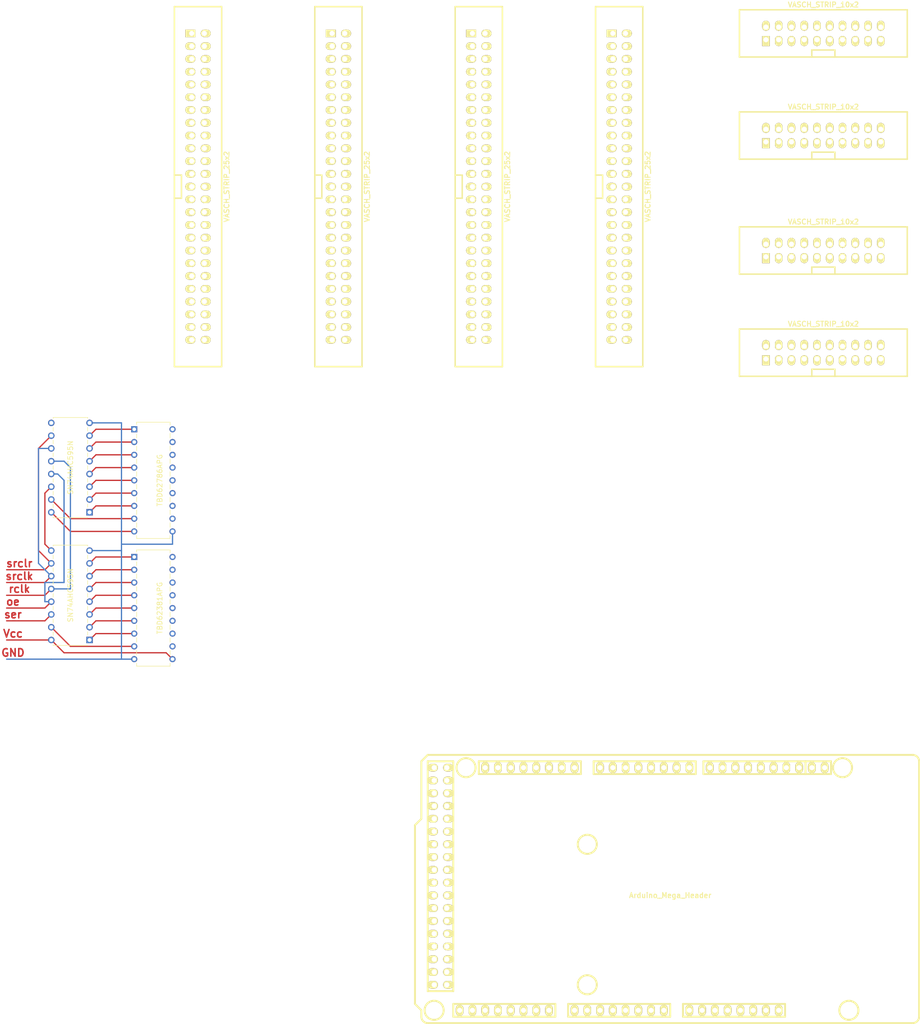
<source format=kicad_pcb>
(kicad_pcb (version 20211014) (generator pcbnew)
  (layers (0 "F.Cu" signal) (31 "B.Cu" signal) (34 "B.Paste" user) (35 "F.Paste" user) (36 "B.SilkS" user "B.Silkscreen") (37 "F.SilkS" user "F.Silkscreen") (38 "B.Mask" user) (39 "F.Mask" user) (44 "Edge.Cuts" user))
  (net 0 "")
  (footprint "SN74AHC595N:SN74AHC595N" (layer "F.Cu") (at 111.76 144.4625 180)
    (fp_text reference "REF**" hide)
    (fp_text value "SN74AHC595N")
  )
  (footprint "w_conn_strip:vasch_strip_10x2" (layer "F.Cu") (at 261.62 22.86)
    (fp_text reference "VASCH_STRIP_10x2")
    (fp_text value "JP***" hide)
  )
  (footprint "w_conn_strip:vasch_strip_25x2" (layer "F.Cu") (at 137.16 53.34 -90)
    (fp_text reference "VASCH_STRIP_25x2")
    (fp_text value "JP***" hide)
  )
  (footprint "TBD62381APG:TBD62381APG" (layer "F.Cu") (at 124.46 127)
    (fp_text reference "REF**" hide)
    (fp_text value "TBD62381APG")
  )
  (footprint "w_conn_strip:vasch_strip_25x2" (layer "F.Cu") (at 220.98 53.34 -90)
    (fp_text reference "VASCH_STRIP_25x2")
    (fp_text value "JP***" hide)
  )
  (footprint "w_conn_strip:vasch_strip_10x2" (layer "F.Cu") (at 261.62 66.04)
    (fp_text reference "VASCH_STRIP_10x2")
    (fp_text value "JP***" hide)
  )
  (footprint "w_conn_misc:arduino_mega_header_inverted" (layer "F.Cu") (at 231.14 193.04)
    (fp_text reference "Arduino_Mega_Header")
    (fp_text value "Val**" hide)
  )
  (footprint "SN74AHC595N:SN74AHC595N" (layer "F.Cu") (at 111.76 119.0625 180)
    (fp_text reference "REF**" hide)
    (fp_text value "SN74AHC595N")
  )
  (footprint "w_conn_strip:vasch_strip_25x2" (layer "F.Cu") (at 165.1 53.34 -90)
    (fp_text reference "VASCH_STRIP_25x2")
    (fp_text value "JP***" hide)
  )
  (footprint "TBD62786APG:TBD62786APG" (layer "F.Cu") (at 124.46 101.6)
    (fp_text reference "REF**" hide)
    (fp_text value "TBD62786APG")
  )
  (footprint "w_conn_strip:vasch_strip_10x2" (layer "F.Cu") (at 261.62 43.18)
    (fp_text reference "VASCH_STRIP_10x2")
    (fp_text value "JP***" hide)
  )
  (footprint "w_conn_strip:vasch_strip_25x2" (layer "F.Cu") (at 193.04 53.34 -90)
    (fp_text reference "VASCH_STRIP_25x2")
    (fp_text value "JP***" hide)
  )
  (footprint "w_conn_strip:vasch_strip_10x2" (layer "F.Cu") (at 261.62 86.36)
    (fp_text reference "VASCH_STRIP_10x2")
    (fp_text value "JP***" hide)
  )
  (gr_text "Vcc" (at 100.33 142.24) (layer "F.Cu") (effects (font (size 1.5 1.5) (thickness 0.3))))
  (gr_text "oe\n" (at 100.33 135.89) (layer "F.Cu") (effects (font (size 1.5 1.5) (thickness 0.3))))
  (gr_text "ser" (at 100.33 138.43) (layer "F.Cu") (effects (font (size 1.5 1.5) (thickness 0.3))))
  (gr_text "srclr\n" (at 101.6 128.27) (layer "F.Cu") (effects (font (size 1.5 1.5) (thickness 0.3))))
  (gr_text "GND" (at 100.33 146.05) (layer "F.Cu") (effects (font (size 1.5 1.5) (thickness 0.3))))
  (gr_text "srclk" (at 101.6 130.81) (layer "F.Cu") (effects (font (size 1.5 1.5) (thickness 0.3))))
  (gr_text "rclk" (at 101.6 133.35) (layer "F.Cu") (effects (font (size 1.5 1.5) (thickness 0.3))))
  (segment (start 116.84 142.24) (end 124.46 142.24) (width 0.25) (layer "F.Cu") (net 0))
  (segment (start 107.95 115.57) (end 111.76 119.38) (width 0.25) (layer "F.Cu") (net 0))
  (segment (start 111.76 121.92) (end 124.46 121.92) (width 0.25) (layer "F.Cu") (net 0))
  (segment (start 106.68 129.54) (end 99.06 129.54) (width 0.25) (layer "F.Cu") (net 0))
  (segment (start 116.84 137.16) (end 124.46 137.16) (width 0.25) (layer "F.Cu") (net 0))
  (segment (start 115.57 110.49) (end 116.84 109.22) (width 0.25) (layer "F.Cu") (net 0))
  (segment (start 110.49 146.05) (end 107.95 143.51) (width 0.25) (layer "F.Cu") (net 0))
  (segment (start 105.41 125.73) (end 105.41 105.41) (width 0.25) (layer "F.Cu") (net 0))
  (segment (start 106.68 139.7) (end 99.06 139.7) (width 0.25) (layer "F.Cu") (net 0))
  (segment (start 111.76 144.78) (end 124.46 144.78) (width 0.25) (layer "F.Cu") (net 0))
  (segment (start 107.95 125.73) (end 106.68 124.46) (width 0.25) (layer "F.Cu") (net 0))
  (segment (start 116.84 134.62) (end 124.46 134.62) (width 0.25) (layer "F.Cu") (net 0))
  (segment (start 107.95 130.81) (end 106.68 132.08) (width 0.25) (layer "F.Cu") (net 0))
  (segment (start 107.95 128.27) (end 106.68 129.54) (width 0.25) (layer "F.Cu") (net 0))
  (segment (start 115.57 113.03) (end 116.84 111.76) (width 0.25) (layer "F.Cu") (net 0))
  (segment (start 116.84 111.76) (end 124.46 111.76) (width 0.25) (layer "F.Cu") (net 0))
  (segment (start 106.68 134.62) (end 99.06 134.62) (width 0.25) (layer "F.Cu") (net 0))
  (segment (start 107.95 140.97) (end 111.76 144.78) (width 0.25) (layer "F.Cu") (net 0))
  (segment (start 106.68 137.16) (end 99.06 137.16) (width 0.25) (layer "F.Cu") (net 0))
  (segment (start 116.84 129.54) (end 124.46 129.54) (width 0.25) (layer "F.Cu") (net 0))
  (segment (start 115.57 130.81) (end 116.84 129.54) (width 0.25) (layer "F.Cu") (net 0))
  (segment (start 115.57 128.27) (end 116.84 127) (width 0.25) (layer "F.Cu") (net 0))
  (segment (start 116.84 104.14) (end 124.46 104.14) (width 0.25) (layer "F.Cu") (net 0))
  (segment (start 116.84 127) (end 124.46 127) (width 0.25) (layer "F.Cu") (net 0))
  (segment (start 116.84 132.08) (end 124.46 132.08) (width 0.25) (layer "F.Cu") (net 0))
  (segment (start 107.95 133.35) (end 106.68 134.62) (width 0.25) (layer "F.Cu") (net 0))
  (segment (start 107.95 135.89) (end 106.68 137.16) (width 0.25) (layer "F.Cu") (net 0))
  (segment (start 111.76 119.38) (end 124.46 119.38) (width 0.25) (layer "F.Cu") (net 0))
  (segment (start 107.95 138.43) (end 106.68 139.7) (width 0.25) (layer "F.Cu") (net 0))
  (segment (start 115.57 140.97) (end 116.84 139.7) (width 0.25) (layer "F.Cu") (net 0))
  (segment (start 106.68 114.3) (end 107.95 113.03) (width 0.25) (layer "F.Cu") (net 0))
  (segment (start 116.84 139.7) (end 124.46 139.7) (width 0.25) (layer "F.Cu") (net 0))
  (segment (start 106.68 132.08) (end 99.06 132.08) (width 0.25) (layer "F.Cu") (net 0))
  (segment (start 115.57 105.41) (end 116.84 104.14) (width 0.25) (layer "F.Cu") (net 0))
  (segment (start 116.84 109.22) (end 124.46 109.22) (width 0.25) (layer "F.Cu") (net 0))
  (segment (start 105.41 105.41) (end 107.95 102.87) (width 0.25) (layer "F.Cu") (net 0))
  (segment (start 107.95 143.51) (end 99.06 143.51) (width 0.25) (layer "F.Cu") (net 0))
  (segment (start 106.68 124.46) (end 106.68 114.3) (width 0.25) (layer "F.Cu") (net 0))
  (segment (start 107.95 118.11) (end 111.76 121.92) (width 0.25) (layer "F.Cu") (net 0))
  (segment (start 116.84 106.68) (end 124.46 106.68) (width 0.25) (layer "F.Cu") (net 0))
  (segment (start 130.81 146.05) (end 110.49 146.05) (width 0.25) (layer "F.Cu") (net 0))
  (segment (start 115.57 135.89) (end 116.84 134.62) (width 0.25) (layer "F.Cu") (net 0))
  (segment (start 116.84 114.3) (end 124.46 114.3) (width 0.25) (layer "F.Cu") (net 0))
  (segment (start 132.08 147.32) (end 130.81 146.05) (width 0.25) (layer "F.Cu") (net 0))
  (segment (start 116.84 116.84) (end 124.46 116.84) (width 0.25) (layer "F.Cu") (net 0))
  (segment (start 115.57 115.57) (end 116.84 114.3) (width 0.25) (layer "F.Cu") (net 0))
  (segment (start 115.57 102.87) (end 116.84 101.6) (width 0.25) (layer "F.Cu") (net 0))
  (segment (start 107.95 128.27) (end 105.41 125.73) (width 0.25) (layer "F.Cu") (net 0))
  (segment (start 115.57 118.11) (end 116.84 116.84) (width 0.25) (layer "F.Cu") (net 0))
  (segment (start 115.57 143.51) (end 116.84 142.24) (width 0.25) (layer "F.Cu") (net 0))
  (segment (start 116.84 101.6) (end 124.46 101.6) (width 0.25) (layer "F.Cu") (net 0))
  (segment (start 115.57 133.35) (end 116.84 132.08) (width 0.25) (layer "F.Cu") (net 0))
  (segment (start 115.57 107.95) (end 116.84 106.68) (width 0.25) (layer "F.Cu") (net 0))
  (segment (start 115.57 138.43) (end 116.84 137.16) (width 0.25) (layer "F.Cu") (net 0))
  (segment (start 121.92 124.46) (end 121.92 100.33) (width 0.25) (layer "B.Cu") (net 0))
  (segment (start 109.22 110.49) (end 107.95 110.49) (width 0.25) (layer "B.Cu") (net 0))
  (segment (start 110.49 132.08) (end 110.49 111.76) (width 0.25) (layer "B.Cu") (net 0))
  (segment (start 110.49 107.95) (end 111.76 109.22) (width 0.25) (layer "B.Cu") (net 0))
  (segment (start 107.95 130.81) (end 105.41 128.27) (width 0.25) (layer "B.Cu") (net 0))
  (segment (start 105.41 105.41) (end 105.41 107.95) (width 0.25) (layer "B.Cu") (net 0))
  (segment (start 107.95 107.95) (end 110.49 107.95) (width 0.25) (layer "B.Cu") (net 0))
  (segment (start 110.49 111.76) (end 109.22 110.49) (width 0.25) (layer "B.Cu") (net 0))
  (segment (start 111.76 133.35) (end 107.95 133.35) (width 0.25) (layer "B.Cu") (net 0))
  (segment (start 107.95 147.32) (end 99.06 147.32) (width 0.25) (layer "B.Cu") (net 0))
  (segment (start 132.08 124.46) (end 132.08 121.92) (width 0.25) (layer "B.Cu") (net 0))
  (segment (start 105.41 128.27) (end 105.41 107.95) (width 0.25) (layer "B.Cu") (net 0))
  (segment (start 121.92 147.32) (end 107.95 147.32) (width 0.25) (layer "B.Cu") (net 0))
  (segment (start 121.92 147.32) (end 121.92 125.73) (width 0.25) (layer "B.Cu") (net 0))
  (segment (start 121.92 100.33) (end 115.57 100.33) (width 0.25) (layer "B.Cu") (net 0))
  (segment (start 121.92 125.73) (end 121.92 124.46) (width 0.25) (layer "B.Cu") (net 0))
  (segment (start 124.46 147.32) (end 121.92 147.32) (width 0.25) (layer "B.Cu") (net 0))
  (segment (start 111.76 109.22) (end 111.76 133.35) (width 0.25) (layer "B.Cu") (net 0))
  (segment (start 107.95 105.41) (end 105.41 105.41) (width 0.25) (layer "B.Cu") (net 0))
  (segment (start 106.68 135.89) (end 106.68 132.08) (width 0.25) (layer "B.Cu") (net 0))
  (segment (start 106.68 132.08) (end 110.49 132.08) (width 0.25) (layer "B.Cu") (net 0))
  (segment (start 121.92 124.46) (end 132.08 124.46) (width 0.25) (layer "B.Cu") (net 0))
  (segment (start 107.95 135.89) (end 106.68 135.89) (width 0.25) (layer "B.Cu") (net 0))
  (segment (start 121.92 125.73) (end 115.57 125.73) (width 0.25) (layer "B.Cu") (net 0))
)
</source>
